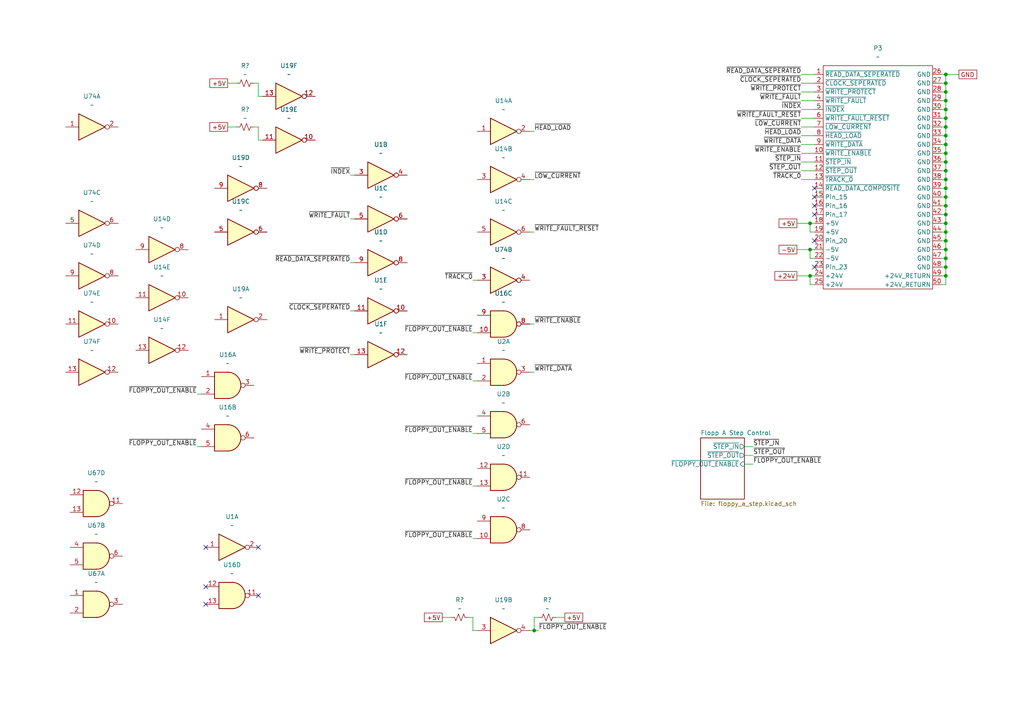
<source format=kicad_sch>
(kicad_sch (version 20211123) (generator eeschema)
  (paper "A4")
  (lib_symbols
    (symbol "74xx:74LS00" (pin_names (offset 1.016))
      (property "Reference" "U" (at 0 1.27 0))
      (property "Value" "74LS00" (at 0 -1.27 0))
      (symbol "74LS00_1_1"
        (arc (start 0 -3.81) (mid 3.81 0) (end 0 3.81) (stroke (width 0.254)) (fill (type background)))
        (polyline (pts (xy 0 3.81) (xy -3.81 3.81) (xy -3.81 -3.81) (xy 0 -3.81)) (stroke (width 0.254)) (fill (type background)))
        (pin input line (at -7.62 2.54 0) (length 3.81) (name "~") (number "1"))
        (pin input line (at -7.62 -2.54 0) (length 3.81) (name "~") (number "2"))
        (pin output inverted (at 7.62 0 180) (length 3.81) (name "~") (number "3"))
      )
      (symbol "74LS00_1_2"
        (arc (start -3.81 -3.81) (mid -2.589 0) (end -3.81 3.81) (stroke (width 0.254)))
        (arc (start -0.6096 -3.81) (mid 2.1842 -2.5851) (end 3.81 0) (stroke (width 0.254)) (fill (type background)))
        (polyline (pts (xy -3.81 -3.81) (xy -0.635 -3.81)) (stroke (width 0.254)) (fill (type background)))
        (polyline (pts (xy -3.81 3.81) (xy -0.635 3.81)) (stroke (width 0.254)) (fill (type background)))
        (polyline (pts (xy -0.635 3.81) (xy -3.81 3.81) (xy -3.81 3.81) (xy -3.556 3.4036) (xy -3.0226 2.2606) (xy -2.6924 1.0414) (xy -2.6162 -0.254) (xy -2.7686 -1.4986) (xy -3.175 -2.7178) (xy -3.81 -3.81) (xy -3.81 -3.81) (xy -0.635 -3.81)) (stroke (width -25.4)) (fill (type background)))
        (arc (start 3.81 0) (mid 2.1915 2.5936) (end -0.6096 3.81) (stroke (width 0.254)) (fill (type background)))
        (pin input inverted (at -7.62 2.54 0) (length 4.318) (name "~") (number "1"))
        (pin input inverted (at -7.62 -2.54 0) (length 4.318) (name "~") (number "2"))
        (pin output line (at 7.62 0 180) (length 3.81) (name "~") (number "3"))
      )
      (symbol "74LS00_2_1"
        (arc (start 0 -3.81) (mid 3.81 0) (end 0 3.81) (stroke (width 0.254)) (fill (type background)))
        (polyline (pts (xy 0 3.81) (xy -3.81 3.81) (xy -3.81 -3.81) (xy 0 -3.81)) (stroke (width 0.254)) (fill (type background)))
        (pin input line (at -7.62 2.54 0) (length 3.81) (name "~") (number "4"))
        (pin input line (at -7.62 -2.54 0) (length 3.81) (name "~") (number "5"))
        (pin output inverted (at 7.62 0 180) (length 3.81) (name "~") (number "6"))
      )
      (symbol "74LS00_2_2"
        (arc (start -3.81 -3.81) (mid -2.589 0) (end -3.81 3.81) (stroke (width 0.254)))
        (arc (start -0.6096 -3.81) (mid 2.1842 -2.5851) (end 3.81 0) (stroke (width 0.254)) (fill (type background)))
        (polyline (pts (xy -3.81 -3.81) (xy -0.635 -3.81)) (stroke (width 0.254)) (fill (type background)))
        (polyline (pts (xy -3.81 3.81) (xy -0.635 3.81)) (stroke (width 0.254)) (fill (type background)))
        (polyline (pts (xy -0.635 3.81) (xy -3.81 3.81) (xy -3.81 3.81) (xy -3.556 3.4036) (xy -3.0226 2.2606) (xy -2.6924 1.0414) (xy -2.6162 -0.254) (xy -2.7686 -1.4986) (xy -3.175 -2.7178) (xy -3.81 -3.81) (xy -3.81 -3.81) (xy -0.635 -3.81)) (stroke (width -25.4)) (fill (type background)))
        (arc (start 3.81 0) (mid 2.1915 2.5936) (end -0.6096 3.81) (stroke (width 0.254)) (fill (type background)))
        (pin input inverted (at -7.62 2.54 0) (length 4.318) (name "~") (number "4"))
        (pin input inverted (at -7.62 -2.54 0) (length 4.318) (name "~") (number "5"))
        (pin output line (at 7.62 0 180) (length 3.81) (name "~") (number "6"))
      )
      (symbol "74LS00_3_1"
        (arc (start 0 -3.81) (mid 3.81 0) (end 0 3.81) (stroke (width 0.254)) (fill (type background)))
        (polyline (pts (xy 0 3.81) (xy -3.81 3.81) (xy -3.81 -3.81) (xy 0 -3.81)) (stroke (width 0.254)) (fill (type background)))
        (pin input line (at -7.62 -2.54 0) (length 3.81) (name "~") (number "10"))
        (pin output inverted (at 7.62 0 180) (length 3.81) (name "~") (number "8"))
        (pin input line (at -7.62 2.54 0) (length 3.81) (name "~") (number "9"))
      )
      (symbol "74LS00_3_2"
        (arc (start -3.81 -3.81) (mid -2.589 0) (end -3.81 3.81) (stroke (width 0.254)))
        (arc (start -0.6096 -3.81) (mid 2.1842 -2.5851) (end 3.81 0) (stroke (width 0.254)) (fill (type background)))
        (polyline (pts (xy -3.81 -3.81) (xy -0.635 -3.81)) (stroke (width 0.254)) (fill (type background)))
        (polyline (pts (xy -3.81 3.81) (xy -0.635 3.81)) (stroke (width 0.254)) (fill (type background)))
        (polyline (pts (xy -0.635 3.81) (xy -3.81 3.81) (xy -3.81 3.81) (xy -3.556 3.4036) (xy -3.0226 2.2606) (xy -2.6924 1.0414) (xy -2.6162 -0.254) (xy -2.7686 -1.4986) (xy -3.175 -2.7178) (xy -3.81 -3.81) (xy -3.81 -3.81) (xy -0.635 -3.81)) (stroke (width -25.4)) (fill (type background)))
        (arc (start 3.81 0) (mid 2.1915 2.5936) (end -0.6096 3.81) (stroke (width 0.254)) (fill (type background)))
        (pin input inverted (at -7.62 -2.54 0) (length 4.318) (name "~") (number "10"))
        (pin output line (at 7.62 0 180) (length 3.81) (name "~") (number "8"))
        (pin input inverted (at -7.62 2.54 0) (length 4.318) (name "~") (number "9"))
      )
      (symbol "74LS00_4_1"
        (arc (start 0 -3.81) (mid 3.81 0) (end 0 3.81) (stroke (width 0.254)) (fill (type background)))
        (polyline (pts (xy 0 3.81) (xy -3.81 3.81) (xy -3.81 -3.81) (xy 0 -3.81)) (stroke (width 0.254)) (fill (type background)))
        (pin output inverted (at 7.62 0 180) (length 3.81) (name "~") (number "11"))
        (pin input line (at -7.62 2.54 0) (length 3.81) (name "~") (number "12"))
        (pin input line (at -7.62 -2.54 0) (length 3.81) (name "~") (number "13"))
      )
      (symbol "74LS00_4_2"
        (arc (start -3.81 -3.81) (mid -2.589 0) (end -3.81 3.81) (stroke (width 0.254)))
        (arc (start -0.6096 -3.81) (mid 2.1842 -2.5851) (end 3.81 0) (stroke (width 0.254)) (fill (type background)))
        (polyline (pts (xy -3.81 -3.81) (xy -0.635 -3.81)) (stroke (width 0.254)) (fill (type background)))
        (polyline (pts (xy -3.81 3.81) (xy -0.635 3.81)) (stroke (width 0.254)) (fill (type background)))
        (polyline (pts (xy -0.635 3.81) (xy -3.81 3.81) (xy -3.81 3.81) (xy -3.556 3.4036) (xy -3.0226 2.2606) (xy -2.6924 1.0414) (xy -2.6162 -0.254) (xy -2.7686 -1.4986) (xy -3.175 -2.7178) (xy -3.81 -3.81) (xy -3.81 -3.81) (xy -0.635 -3.81)) (stroke (width -25.4)) (fill (type background)))
        (arc (start 3.81 0) (mid 2.1915 2.5936) (end -0.6096 3.81) (stroke (width 0.254)) (fill (type background)))
        (pin output line (at 7.62 0 180) (length 3.81) (name "~") (number "11"))
        (pin input inverted (at -7.62 2.54 0) (length 4.318) (name "~") (number "12"))
        (pin input inverted (at -7.62 -2.54 0) (length 4.318) (name "~") (number "13"))
      )
      (symbol "74LS00_5_0"
        (pin power_in line (at 0 12.7 270) (length 5.08) (name "VCC") (number "14"))
        (pin power_in line (at 0 -12.7 90) (length 5.08) (name "GND") (number "7"))
      )
      (symbol "74LS00_5_1"
        (rectangle (start -5.08 7.62) (end 5.08 -7.62) (stroke (width 0.254)) (fill (type background)))
      )
    )
    (symbol "74xx:74LS03" (pin_names (offset 1.016))
      (property "Reference" "U" (at 0 1.27 0))
      (property "Value" "74LS03" (at 0 -1.27 0))
      (symbol "74LS03_1_1"
        (arc (start 0 -3.81) (mid 3.81 0) (end 0 3.81) (stroke (width 0.254)) (fill (type background)))
        (polyline (pts (xy 0 3.81) (xy -3.81 3.81) (xy -3.81 -3.81) (xy 0 -3.81)) (stroke (width 0.254)) (fill (type background)))
        (pin input line (at -7.62 2.54 0) (length 3.81) (name "~") (number "1"))
        (pin input line (at -7.62 -2.54 0) (length 3.81) (name "~") (number "2"))
        (pin open_collector inverted (at 7.62 0 180) (length 3.81) (name "~") (number "3"))
      )
      (symbol "74LS03_1_2"
        (arc (start -3.81 -3.81) (mid -2.589 0) (end -3.81 3.81) (stroke (width 0.254)))
        (arc (start -0.6096 -3.81) (mid 2.1842 -2.5851) (end 3.81 0) (stroke (width 0.254)) (fill (type background)))
        (polyline (pts (xy -3.81 -3.81) (xy -0.635 -3.81)) (stroke (width 0.254)) (fill (type background)))
        (polyline (pts (xy -3.81 3.81) (xy -0.635 3.81)) (stroke (width 0.254)) (fill (type background)))
        (polyline (pts (xy -0.635 3.81) (xy -3.81 3.81) (xy -3.81 3.81) (xy -3.556 3.4036) (xy -3.0226 2.2606) (xy -2.6924 1.0414) (xy -2.6162 -0.254) (xy -2.7686 -1.4986) (xy -3.175 -2.7178) (xy -3.81 -3.81) (xy -3.81 -3.81) (xy -0.635 -3.81)) (stroke (width -25.4)) (fill (type background)))
        (arc (start 3.81 0) (mid 2.1915 2.5936) (end -0.6096 3.81) (stroke (width 0.254)) (fill (type background)))
        (pin input inverted (at -7.62 2.54 0) (length 4.318) (name "~") (number "1"))
        (pin input inverted (at -7.62 -2.54 0) (length 4.318) (name "~") (number "2"))
        (pin open_collector line (at 7.62 0 180) (length 3.81) (name "~") (number "3"))
      )
      (symbol "74LS03_2_1"
        (arc (start 0 -3.81) (mid 3.81 0) (end 0 3.81) (stroke (width 0.254)) (fill (type background)))
        (polyline (pts (xy 0 3.81) (xy -3.81 3.81) (xy -3.81 -3.81) (xy 0 -3.81)) (stroke (width 0.254)) (fill (type background)))
        (pin input line (at -7.62 2.54 0) (length 3.81) (name "~") (number "4"))
        (pin input line (at -7.62 -2.54 0) (length 3.81) (name "~") (number "5"))
        (pin open_collector inverted (at 7.62 0 180) (length 3.81) (name "~") (number "6"))
      )
      (symbol "74LS03_2_2"
        (arc (start -3.81 -3.81) (mid -2.589 0) (end -3.81 3.81) (stroke (width 0.254)))
        (arc (start -0.6096 -3.81) (mid 2.1842 -2.5851) (end 3.81 0) (stroke (width 0.254)) (fill (type background)))
        (polyline (pts (xy -3.81 -3.81) (xy -0.635 -3.81)) (stroke (width 0.254)) (fill (type background)))
        (polyline (pts (xy -3.81 3.81) (xy -0.635 3.81)) (stroke (width 0.254)) (fill (type background)))
        (polyline (pts (xy -0.635 3.81) (xy -3.81 3.81) (xy -3.81 3.81) (xy -3.556 3.4036) (xy -3.0226 2.2606) (xy -2.6924 1.0414) (xy -2.6162 -0.254) (xy -2.7686 -1.4986) (xy -3.175 -2.7178) (xy -3.81 -3.81) (xy -3.81 -3.81) (xy -0.635 -3.81)) (stroke (width -25.4)) (fill (type background)))
        (arc (start 3.81 0) (mid 2.1915 2.5936) (end -0.6096 3.81) (stroke (width 0.254)) (fill (type background)))
        (pin input inverted (at -7.62 2.54 0) (length 4.318) (name "~") (number "4"))
        (pin input inverted (at -7.62 -2.54 0) (length 4.318) (name "~") (number "5"))
        (pin open_collector line (at 7.62 0 180) (length 3.81) (name "~") (number "6"))
      )
      (symbol "74LS03_3_1"
        (arc (start 0 -3.81) (mid 3.81 0) (end 0 3.81) (stroke (width 0.254)) (fill (type background)))
        (polyline (pts (xy 0 3.81) (xy -3.81 3.81) (xy -3.81 -3.81) (xy 0 -3.81)) (stroke (width 0.254)) (fill (type background)))
        (pin input line (at -7.62 -2.54 0) (length 3.81) (name "~") (number "10"))
        (pin open_collector inverted (at 7.62 0 180) (length 3.81) (name "~") (number "8"))
        (pin input line (at -7.62 2.54 0) (length 3.81) (name "~") (number "9"))
      )
      (symbol "74LS03_3_2"
        (arc (start -3.81 -3.81) (mid -2.589 0) (end -3.81 3.81) (stroke (width 0.254)))
        (arc (start -0.6096 -3.81) (mid 2.1842 -2.5851) (end 3.81 0) (stroke (width 0.254)) (fill (type background)))
        (polyline (pts (xy -3.81 -3.81) (xy -0.635 -3.81)) (stroke (width 0.254)) (fill (type background)))
        (polyline (pts (xy -3.81 3.81) (xy -0.635 3.81)) (stroke (width 0.254)) (fill (type background)))
        (polyline (pts (xy -0.635 3.81) (xy -3.81 3.81) (xy -3.81 3.81) (xy -3.556 3.4036) (xy -3.0226 2.2606) (xy -2.6924 1.0414) (xy -2.6162 -0.254) (xy -2.7686 -1.4986) (xy -3.175 -2.7178) (xy -3.81 -3.81) (xy -3.81 -3.81) (xy -0.635 -3.81)) (stroke (width -25.4)) (fill (type background)))
        (arc (start 3.81 0) (mid 2.1915 2.5936) (end -0.6096 3.81) (stroke (width 0.254)) (fill (type background)))
        (pin input inverted (at -7.62 -2.54 0) (length 4.318) (name "~") (number "10"))
        (pin open_collector line (at 7.62 0 180) (length 3.81) (name "~") (number "8"))
        (pin input inverted (at -7.62 2.54 0) (length 4.318) (name "~") (number "9"))
      )
      (symbol "74LS03_4_1"
        (arc (start 0 -3.81) (mid 3.81 0) (end 0 3.81) (stroke (width 0.254)) (fill (type background)))
        (polyline (pts (xy 0 3.81) (xy -3.81 3.81) (xy -3.81 -3.81) (xy 0 -3.81)) (stroke (width 0.254)) (fill (type background)))
        (pin open_collector inverted (at 7.62 0 180) (length 3.81) (name "~") (number "11"))
        (pin input line (at -7.62 2.54 0) (length 3.81) (name "~") (number "12"))
        (pin input line (at -7.62 -2.54 0) (length 3.81) (name "~") (number "13"))
      )
      (symbol "74LS03_4_2"
        (arc (start -3.81 -3.81) (mid -2.589 0) (end -3.81 3.81) (stroke (width 0.254)))
        (arc (start -0.6096 -3.81) (mid 2.1842 -2.5851) (end 3.81 0) (stroke (width 0.254)) (fill (type background)))
        (polyline (pts (xy -3.81 -3.81) (xy -0.635 -3.81)) (stroke (width 0.254)) (fill (type background)))
        (polyline (pts (xy -3.81 3.81) (xy -0.635 3.81)) (stroke (width 0.254)) (fill (type background)))
        (polyline (pts (xy -0.635 3.81) (xy -3.81 3.81) (xy -3.81 3.81) (xy -3.556 3.4036) (xy -3.0226 2.2606) (xy -2.6924 1.0414) (xy -2.6162 -0.254) (xy -2.7686 -1.4986) (xy -3.175 -2.7178) (xy -3.81 -3.81) (xy -3.81 -3.81) (xy -0.635 -3.81)) (stroke (width -25.4)) (fill (type background)))
        (arc (start 3.81 0) (mid 2.1915 2.5936) (end -0.6096 3.81) (stroke (width 0.254)) (fill (type background)))
        (pin open_collector line (at 7.62 0 180) (length 3.81) (name "~") (number "11"))
        (pin input inverted (at -7.62 2.54 0) (length 4.318) (name "~") (number "12"))
        (pin input inverted (at -7.62 -2.54 0) (length 4.318) (name "~") (number "13"))
      )
      (symbol "74LS03_5_0"
        (pin power_in line (at 0 12.7 270) (length 5.08) (name "VCC") (number "14"))
        (pin power_in line (at 0 -12.7 90) (length 5.08) (name "GND") (number "7"))
      )
      (symbol "74LS03_5_1"
        (rectangle (start -5.08 7.62) (end 5.08 -7.62) (stroke (width 0.254)) (fill (type background)))
      )
    )
    (symbol "74xx:74LS04"
      (property "Reference" "U" (at 0 1.27 0))
      (property "Value" "74LS04" (at 0 -1.27 0))
      (symbol "74LS04_1_0"
        (polyline (pts (xy -3.81 3.81) (xy -3.81 -3.81) (xy 3.81 0) (xy -3.81 3.81)) (stroke (width 0.254)) (fill (type background)))
        (pin input line (at -7.62 0 0) (length 3.81) (name "~") (number "1"))
        (pin output inverted (at 7.62 0 180) (length 3.81) (name "~") (number "2"))
      )
      (symbol "74LS04_2_0"
        (polyline (pts (xy -3.81 3.81) (xy -3.81 -3.81) (xy 3.81 0) (xy -3.81 3.81)) (stroke (width 0.254)) (fill (type background)))
        (pin input line (at -7.62 0 0) (length 3.81) (name "~") (number "3"))
        (pin output inverted (at 7.62 0 180) (length 3.81) (name "~") (number "4"))
      )
      (symbol "74LS04_3_0"
        (polyline (pts (xy -3.81 3.81) (xy -3.81 -3.81) (xy 3.81 0) (xy -3.81 3.81)) (stroke (width 0.254)) (fill (type background)))
        (pin input line (at -7.62 0 0) (length 3.81) (name "~") (number "5"))
        (pin output inverted (at 7.62 0 180) (length 3.81) (name "~") (number "6"))
      )
      (symbol "74LS04_4_0"
        (polyline (pts (xy -3.81 3.81) (xy -3.81 -3.81) (xy 3.81 0) (xy -3.81 3.81)) (stroke (width 0.254)) (fill (type background)))
        (pin output inverted (at 7.62 0 180) (length 3.81) (name "~") (number "8"))
        (pin input line (at -7.62 0 0) (length 3.81) (name "~") (number "9"))
      )
      (symbol "74LS04_5_0"
        (polyline (pts (xy -3.81 3.81) (xy -3.81 -3.81) (xy 3.81 0) (xy -3.81 3.81)) (stroke (width 0.254)) (fill (type background)))
        (pin output inverted (at 7.62 0 180) (length 3.81) (name "~") (number "10"))
        (pin input line (at -7.62 0 0) (length 3.81) (name "~") (number "11"))
      )
      (symbol "74LS04_6_0"
        (polyline (pts (xy -3.81 3.81) (xy -3.81 -3.81) (xy 3.81 0) (xy -3.81 3.81)) (stroke (width 0.254)) (fill (type background)))
        (pin output inverted (at 7.62 0 180) (length 3.81) (name "~") (number "12"))
        (pin input line (at -7.62 0 0) (length 3.81) (name "~") (number "13"))
      )
      (symbol "74LS04_7_0"
        (pin power_in line (at 0 12.7 270) (length 5.08) (name "VCC") (number "14"))
        (pin power_in line (at 0 -12.7 90) (length 5.08) (name "GND") (number "7"))
      )
      (symbol "74LS04_7_1"
        (rectangle (start -5.08 7.62) (end 5.08 -7.62) (stroke (width 0.254)) (fill (type background)))
      )
    )
    (symbol "74xx:74LS05" (pin_names (offset 1.016))
      (property "Reference" "U" (at 0 1.27 0))
      (property "Value" "74LS05" (at 0 -1.27 0))
      (symbol "74LS05_1_0"
        (polyline (pts (xy -3.81 3.81) (xy -3.81 -3.81) (xy 3.81 0) (xy -3.81 3.81)) (stroke (width 0.254)) (fill (type background)))
        (pin input line (at -7.62 0 0) (length 3.81) (name "~") (number "1"))
        (pin open_collector inverted (at 7.62 0 180) (length 3.81) (name "~") (number "2"))
      )
      (symbol "74LS05_2_0"
        (polyline (pts (xy -3.81 3.81) (xy -3.81 -3.81) (xy 3.81 0) (xy -3.81 3.81)) (stroke (width 0.254)) (fill (type background)))
        (pin input line (at -7.62 0 0) (length 3.81) (name "~") (number "3"))
        (pin open_collector inverted (at 7.62 0 180) (length 3.81) (name "~") (number "4"))
      )
      (symbol "74LS05_3_0"
        (polyline (pts (xy -3.81 3.81) (xy -3.81 -3.81) (xy 3.81 0) (xy -3.81 3.81)) (stroke (width 0.254)) (fill (type background)))
        (pin input line (at -7.62 0 0) (length 3.81) (name "~") (number "5"))
        (pin open_collector inverted (at 7.62 0 180) (length 3.81) (name "~") (number "6"))
      )
      (symbol "74LS05_4_0"
        (polyline (pts (xy -3.81 3.81) (xy -3.81 -3.81) (xy 3.81 0) (xy -3.81 3.81)) (stroke (width 0.254)) (fill (type background)))
        (pin open_collector inverted (at 7.62 0 180) (length 3.81) (name "~") (number "8"))
        (pin input line (at -7.62 0 0) (length 3.81) (name "~") (number "9"))
      )
      (symbol "74LS05_5_0"
        (polyline (pts (xy -3.81 3.81) (xy -3.81 -3.81) (xy 3.81 0) (xy -3.81 3.81)) (stroke (width 0.254)) (fill (type background)))
        (pin open_collector inverted (at 7.62 0 180) (length 3.81) (name "~") (number "10"))
        (pin input line (at -7.62 0 0) (length 3.81) (name "~") (number "11"))
      )
      (symbol "74LS05_6_0"
        (polyline (pts (xy -3.81 3.81) (xy -3.81 -3.81) (xy 3.81 0) (xy -3.81 3.81)) (stroke (width 0.254)) (fill (type background)))
        (pin open_collector inverted (at 7.62 0 180) (length 3.81) (name "~") (number "12"))
        (pin input line (at -7.62 0 0) (length 3.81) (name "~") (number "13"))
      )
      (symbol "74LS05_7_0"
        (pin power_in line (at 0 12.7 270) (length 5.08) (name "VCC") (number "14"))
        (pin power_in line (at 0 -12.7 90) (length 5.08) (name "GND") (number "7"))
      )
      (symbol "74LS05_7_1"
        (rectangle (start -5.08 7.62) (end 5.08 -7.62) (stroke (width 0.254)) (fill (type background)))
      )
    )
    (symbol "Data General:Disc_Adapter_Floppy"
      (property "Reference" "P" (at -16.51 -1.27 0))
      (property "Value" "Disc_Adapter_Floppy" (at 0 -1.27 0))
      (symbol "Disc_Adapter_Floppy_0_1"
        (rectangle (start -16.51 64.77) (end 15.24 0))
      )
      (symbol "Disc_Adapter_Floppy_1_1"
        (pin passive line (at -19.05 62.23 0) (length 2.54) (name "~{READ_DATA_SEPERATED}") (number "1"))
        (pin passive line (at -19.05 39.37 0) (length 2.54) (name "~{WRITE_ENABLE}") (number "10"))
        (pin passive line (at -19.05 36.83 0) (length 2.54) (name "~{STEP_IN}") (number "11"))
        (pin passive line (at -19.05 34.29 0) (length 2.54) (name "~{STEP_OUT}") (number "12"))
        (pin passive line (at -19.05 31.75 0) (length 2.54) (name "~{TRACK_0}") (number "13"))
        (pin passive line (at -19.05 29.21 0) (length 2.54) (name "~{READ_DATA_COMPOSITE}") (number "14"))
        (pin unspecified line (at -19.05 26.67 0) (length 2.54) (name "Pin_15") (number "15"))
        (pin unspecified line (at -19.05 24.13 0) (length 2.54) (name "Pin_16") (number "16"))
        (pin unspecified line (at -19.05 21.59 0) (length 2.54) (name "Pin_17") (number "17"))
        (pin passive line (at -19.05 19.05 0) (length 2.54) (name "+5V") (number "18"))
        (pin passive line (at -19.05 16.51 0) (length 2.54) (name "+5V") (number "19"))
        (pin passive line (at -19.05 59.69 0) (length 2.54) (name "~{CLOCK_SEPERATED}") (number "2"))
        (pin unspecified line (at -19.05 13.97 0) (length 2.54) (name "Pin_20") (number "20"))
        (pin passive line (at -19.05 11.43 0) (length 2.54) (name "-5V") (number "21"))
        (pin passive line (at -19.05 8.89 0) (length 2.54) (name "-5V") (number "22"))
        (pin unspecified line (at -19.05 6.35 0) (length 2.54) (name "Pin_23") (number "23"))
        (pin passive line (at -19.05 3.81 0) (length 2.54) (name "+24V") (number "24"))
        (pin passive line (at -19.05 1.27 0) (length 2.54) (name "+24V") (number "25"))
        (pin passive line (at 17.78 62.23 180) (length 2.54) (name "GND") (number "26"))
        (pin passive line (at 17.78 59.69 180) (length 2.54) (name "GND") (number "27"))
        (pin passive line (at 17.78 57.15 180) (length 2.54) (name "GND") (number "28"))
        (pin passive line (at 17.78 54.61 180) (length 2.54) (name "GND") (number "29"))
        (pin passive line (at -19.05 57.15 0) (length 2.54) (name "~{WRITE_PROTECT}") (number "3"))
        (pin passive line (at 17.78 52.07 180) (length 2.54) (name "GND") (number "30"))
        (pin passive line (at 17.78 49.53 180) (length 2.54) (name "GND") (number "31"))
        (pin passive line (at 17.78 46.99 180) (length 2.54) (name "GND") (number "32"))
        (pin passive line (at 17.78 44.45 180) (length 2.54) (name "GND") (number "33"))
        (pin passive line (at 17.78 41.91 180) (length 2.54) (name "GND") (number "34"))
        (pin passive line (at 17.78 39.37 180) (length 2.54) (name "GND") (number "35"))
        (pin passive line (at 17.78 36.83 180) (length 2.54) (name "GND") (number "36"))
        (pin passive line (at 17.78 34.29 180) (length 2.54) (name "GND") (number "37"))
        (pin passive line (at 17.78 31.75 180) (length 2.54) (name "GND") (number "38"))
        (pin passive line (at 17.78 29.21 180) (length 2.54) (name "GND") (number "39"))
        (pin passive line (at -19.05 54.61 0) (length 2.54) (name "~{WRITE_FAULT}") (number "4"))
        (pin passive line (at 17.78 26.67 180) (length 2.54) (name "GND") (number "40"))
        (pin passive line (at 17.78 24.13 180) (length 2.54) (name "GND") (number "41"))
        (pin passive line (at 17.78 21.59 180) (length 2.54) (name "GND") (number "42"))
        (pin passive line (at 17.78 19.05 180) (length 2.54) (name "GND") (number "43"))
        (pin passive line (at 17.78 16.51 180) (length 2.54) (name "GND") (number "44"))
        (pin passive line (at 17.78 13.97 180) (length 2.54) (name "GND") (number "45"))
        (pin passive line (at 17.78 11.43 180) (length 2.54) (name "GND") (number "46"))
        (pin passive line (at 17.78 8.89 180) (length 2.54) (name "GND") (number "47"))
        (pin passive line (at 17.78 6.35 180) (length 2.54) (name "GND") (number "48"))
        (pin passive line (at 17.78 3.81 180) (length 2.54) (name "+24V_RETURN") (number "49"))
        (pin passive line (at -19.05 52.07 0) (length 2.54) (name "~{INDEX}") (number "5"))
        (pin passive line (at 17.78 1.27 180) (length 2.54) (name "+24V_RETURN") (number "50"))
        (pin passive line (at -19.05 49.53 0) (length 2.54) (name "~{WRITE_FAULT_RESET}") (number "6"))
        (pin passive line (at -19.05 46.99 0) (length 2.54) (name "~{LOW_CURRENT}") (number "7"))
        (pin passive line (at -19.05 44.45 0) (length 2.54) (name "~{HEAD_LOAD}") (number "8"))
        (pin passive line (at -19.05 41.91 0) (length 2.54) (name "~{WRITE_DATA}") (number "9"))
      )
    )
    (symbol "Device:R_Small_US" (pin_numbers hide) (pin_names (offset 0.254) hide)
      (property "Reference" "R" (at 0.762 0.508 0))
      (property "Value" "R_Small_US" (at 0.762 -1.016 0))
      (symbol "R_Small_US_1_1"
        (polyline (pts (xy 0 0) (xy 1.016 -0.381) (xy 0 -0.762) (xy -1.016 -1.143) (xy 0 -1.524)))
        (polyline (pts (xy 0 1.524) (xy 1.016 1.143) (xy 0 0.762) (xy -1.016 0.381) (xy 0 0)))
        (pin passive line (at 0 2.54 270) (length 1.016) (name "~") (number "1"))
        (pin passive line (at 0 -2.54 90) (length 1.016) (name "~") (number "2"))
      )
    )
  )
  (junction (at 274.32 77.47))
  (junction (at 234.95 64.77))
  (junction (at 274.32 72.39))
  (junction (at 274.32 52.07))
  (junction (at 274.32 74.93))
  (junction (at 234.95 72.39))
  (junction (at 274.32 29.21))
  (junction (at 274.32 41.91))
  (junction (at 274.32 26.67))
  (junction (at 274.32 69.85))
  (junction (at 274.32 62.23))
  (junction (at 274.32 64.77))
  (junction (at 274.32 57.15))
  (junction (at 274.32 39.37))
  (junction (at 274.32 44.45))
  (junction (at 274.32 67.31))
  (junction (at 274.32 59.69))
  (junction (at 274.32 49.53))
  (junction (at 274.32 36.83))
  (junction (at 274.32 31.75))
  (junction (at 234.95 80.01))
  (junction (at 154.94 182.88))
  (junction (at 274.32 54.61))
  (junction (at 274.32 34.29))
  (junction (at 274.32 21.59))
  (junction (at 274.32 46.99))
  (junction (at 274.32 24.13))
  (junction (at 274.32 80.01))
  (no_connect (at 59.69 158.75))
  (no_connect (at 74.93 158.75))
  (no_connect (at 236.22 62.23))
  (no_connect (at 236.22 57.15))
  (no_connect (at 59.69 170.18))
  (no_connect (at 59.69 175.26))
  (no_connect (at 74.93 172.72))
  (no_connect (at 236.22 59.69))
  (no_connect (at 236.22 77.47))
  (no_connect (at 236.22 69.85))
  (no_connect (at 236.22 54.61))
  (wire (pts (xy 215.9 129.54) (xy 218.44 129.54)))
  (wire (pts (xy 137.16 110.49) (xy 138.43 110.49)))
  (wire (pts (xy 274.32 62.23) (xy 274.32 64.77)))
  (wire (pts (xy 274.32 57.15) (xy 274.32 59.69)))
  (wire (pts (xy 138.43 182.88) (xy 137.16 182.88)))
  (wire (pts (xy 232.41 52.07) (xy 236.22 52.07)))
  (wire (pts (xy 232.41 41.91) (xy 236.22 41.91)))
  (wire (pts (xy 274.32 80.01) (xy 274.32 82.55)))
  (wire (pts (xy 57.15 114.3) (xy 58.42 114.3)))
  (wire (pts (xy 234.95 72.39) (xy 234.95 74.93)))
  (wire (pts (xy 137.16 156.21) (xy 138.43 156.21)))
  (wire (pts (xy 76.2 27.94) (xy 74.93 27.94)))
  (wire (pts (xy 232.41 49.53) (xy 236.22 49.53)))
  (wire (pts (xy 274.32 62.23) (xy 273.05 62.23)))
  (wire (pts (xy 231.14 72.39) (xy 234.95 72.39)))
  (wire (pts (xy 231.14 64.77) (xy 234.95 64.77)))
  (wire (pts (xy 231.14 80.01) (xy 234.95 80.01)))
  (wire (pts (xy 153.67 67.31) (xy 154.94 67.31)))
  (wire (pts (xy 274.32 49.53) (xy 274.32 52.07)))
  (wire (pts (xy 274.32 67.31) (xy 273.05 67.31)))
  (wire (pts (xy 274.32 44.45) (xy 273.05 44.45)))
  (wire (pts (xy 137.16 96.52) (xy 138.43 96.52)))
  (wire (pts (xy 153.67 38.1) (xy 154.94 38.1)))
  (wire (pts (xy 274.32 64.77) (xy 273.05 64.77)))
  (wire (pts (xy 215.9 132.08) (xy 218.44 132.08)))
  (wire (pts (xy 274.32 26.67) (xy 273.05 26.67)))
  (wire (pts (xy 273.05 21.59) (xy 274.32 21.59)))
  (wire (pts (xy 274.32 59.69) (xy 274.32 62.23)))
  (wire (pts (xy 232.41 36.83) (xy 236.22 36.83)))
  (wire (pts (xy 153.67 52.07) (xy 154.94 52.07)))
  (wire (pts (xy 232.41 26.67) (xy 236.22 26.67)))
  (wire (pts (xy 274.32 64.77) (xy 274.32 67.31)))
  (wire (pts (xy 74.93 36.83) (xy 73.66 36.83)))
  (wire (pts (xy 274.32 26.67) (xy 274.32 29.21)))
  (wire (pts (xy 274.32 21.59) (xy 278.13 21.59)))
  (wire (pts (xy 274.32 39.37) (xy 274.32 41.91)))
  (wire (pts (xy 130.81 179.07) (xy 128.27 179.07)))
  (wire (pts (xy 234.95 82.55) (xy 236.22 82.55)))
  (wire (pts (xy 153.67 93.98) (xy 154.94 93.98)))
  (wire (pts (xy 274.32 31.75) (xy 273.05 31.75)))
  (wire (pts (xy 101.6 76.2) (xy 102.87 76.2)))
  (wire (pts (xy 274.32 29.21) (xy 274.32 31.75)))
  (wire (pts (xy 274.32 72.39) (xy 273.05 72.39)))
  (wire (pts (xy 274.32 39.37) (xy 273.05 39.37)))
  (wire (pts (xy 234.95 67.31) (xy 236.22 67.31)))
  (wire (pts (xy 274.32 74.93) (xy 274.32 77.47)))
  (wire (pts (xy 153.67 107.95) (xy 154.94 107.95)))
  (wire (pts (xy 234.95 74.93) (xy 236.22 74.93)))
  (wire (pts (xy 137.16 125.73) (xy 138.43 125.73)))
  (wire (pts (xy 101.6 63.5) (xy 102.87 63.5)))
  (wire (pts (xy 274.32 52.07) (xy 273.05 52.07)))
  (wire (pts (xy 101.6 102.87) (xy 102.87 102.87)))
  (wire (pts (xy 74.93 40.64) (xy 74.93 36.83)))
  (wire (pts (xy 274.32 24.13) (xy 274.32 26.67)))
  (wire (pts (xy 274.32 46.99) (xy 274.32 49.53)))
  (wire (pts (xy 274.32 21.59) (xy 274.32 24.13)))
  (wire (pts (xy 273.05 49.53) (xy 274.32 49.53)))
  (wire (pts (xy 274.32 31.75) (xy 274.32 34.29)))
  (wire (pts (xy 154.94 182.88) (xy 156.21 182.88)))
  (wire (pts (xy 232.41 29.21) (xy 236.22 29.21)))
  (wire (pts (xy 274.32 34.29) (xy 274.32 36.83)))
  (wire (pts (xy 232.41 44.45) (xy 236.22 44.45)))
  (wire (pts (xy 274.32 36.83) (xy 273.05 36.83)))
  (wire (pts (xy 232.41 34.29) (xy 236.22 34.29)))
  (wire (pts (xy 154.94 179.07) (xy 156.21 179.07)))
  (wire (pts (xy 76.2 40.64) (xy 74.93 40.64)))
  (wire (pts (xy 274.32 41.91) (xy 273.05 41.91)))
  (wire (pts (xy 274.32 57.15) (xy 273.05 57.15)))
  (wire (pts (xy 153.67 182.88) (xy 154.94 182.88)))
  (wire (pts (xy 236.22 64.77) (xy 234.95 64.77)))
  (wire (pts (xy 232.41 21.59) (xy 236.22 21.59)))
  (wire (pts (xy 232.41 31.75) (xy 236.22 31.75)))
  (wire (pts (xy 137.16 182.88) (xy 137.16 179.07)))
  (wire (pts (xy 274.32 77.47) (xy 273.05 77.47)))
  (wire (pts (xy 234.95 80.01) (xy 234.95 82.55)))
  (wire (pts (xy 274.32 80.01) (xy 273.05 80.01)))
  (wire (pts (xy 274.32 24.13) (xy 273.05 24.13)))
  (wire (pts (xy 101.6 90.17) (xy 102.87 90.17)))
  (wire (pts (xy 68.58 24.13) (xy 66.04 24.13)))
  (wire (pts (xy 137.16 140.97) (xy 138.43 140.97)))
  (wire (pts (xy 274.32 46.99) (xy 273.05 46.99)))
  (wire (pts (xy 236.22 80.01) (xy 234.95 80.01)))
  (wire (pts (xy 74.93 27.94) (xy 74.93 24.13)))
  (wire (pts (xy 234.95 64.77) (xy 234.95 67.31)))
  (wire (pts (xy 274.32 69.85) (xy 274.32 72.39)))
  (wire (pts (xy 73.66 24.13) (xy 74.93 24.13)))
  (wire (pts (xy 274.32 69.85) (xy 273.05 69.85)))
  (wire (pts (xy 274.32 72.39) (xy 274.32 74.93)))
  (wire (pts (xy 68.58 36.83) (xy 66.04 36.83)))
  (wire (pts (xy 232.41 24.13) (xy 236.22 24.13)))
  (wire (pts (xy 215.9 134.62) (xy 218.44 134.62)))
  (wire (pts (xy 232.41 46.99) (xy 236.22 46.99)))
  (wire (pts (xy 236.22 72.39) (xy 234.95 72.39)))
  (wire (pts (xy 274.32 34.29) (xy 273.05 34.29)))
  (wire (pts (xy 137.16 81.28) (xy 138.43 81.28)))
  (wire (pts (xy 273.05 74.93) (xy 274.32 74.93)))
  (wire (pts (xy 57.15 129.54) (xy 58.42 129.54)))
  (wire (pts (xy 274.32 44.45) (xy 274.32 46.99)))
  (wire (pts (xy 274.32 77.47) (xy 274.32 80.01)))
  (wire (pts (xy 274.32 54.61) (xy 273.05 54.61)))
  (wire (pts (xy 273.05 82.55) (xy 274.32 82.55)))
  (wire (pts (xy 274.32 52.07) (xy 274.32 54.61)))
  (wire (pts (xy 274.32 54.61) (xy 274.32 57.15)))
  (wire (pts (xy 161.29 179.07) (xy 163.83 179.07)))
  (wire (pts (xy 274.32 29.21) (xy 273.05 29.21)))
  (wire (pts (xy 232.41 39.37) (xy 236.22 39.37)))
  (wire (pts (xy 274.32 41.91) (xy 274.32 44.45)))
  (wire (pts (xy 274.32 67.31) (xy 274.32 69.85)))
  (wire (pts (xy 137.16 179.07) (xy 135.89 179.07)))
  (wire (pts (xy 274.32 36.83) (xy 274.32 39.37)))
  (wire (pts (xy 154.94 182.88) (xy 154.94 179.07)))
  (wire (pts (xy 101.6 50.8) (xy 102.87 50.8)))
  (wire (pts (xy 274.32 59.69) (xy 273.05 59.69)))
  (label "~{WRITE_ENABLE}" (at 154.94 93.98 0))
  (label "~{FLOPPY_OUT_ENABLE}" (at 218.44 134.62 0))
  (label "~{TRACK_0}" (at 232.41 52.07 180))
  (label "~{LOW_CURRENT}" (at 154.94 52.07 0))
  (label "~{STEP_IN}" (at 218.44 129.54 0))
  (label "~{FLOPPY_OUT_ENABLE}" (at 137.16 110.49 180))
  (label "~{FLOPPY_OUT_ENABLE}" (at 137.16 156.21 180))
  (label "~{FLOPPY_OUT_ENABLE}" (at 137.16 140.97 180))
  (label "~{FLOPPY_OUT_ENABLE}" (at 137.16 96.52 180))
  (label "~{CLOCK_SEPERATED}" (at 232.41 24.13 180))
  (label "~{WRITE_DATA}" (at 154.94 107.95 0))
  (label "~{FLOPPY_OUT_ENABLE}" (at 57.15 129.54 180))
  (label "~{READ_DATA_SEPERATED}" (at 101.6 76.2 180))
  (label "~{WRITE_FAULT}" (at 101.6 63.5 180))
  (label "~{WRITE_FAULT}" (at 232.41 29.21 180))
  (label "~{READ_DATA_SEPERATED}" (at 232.41 21.59 180))
  (label "~{STEP_OUT}" (at 232.41 49.53 180))
  (label "~{FLOPPY_OUT_ENABLE}" (at 137.16 125.73 180))
  (label "~{FLOPPY_OUT_ENABLE}" (at 156.21 182.88 0))
  (label "~{INDEX}" (at 232.41 31.75 180))
  (label "~{WRITE_PROTECT}" (at 232.41 26.67 180))
  (label "~{HEAD_LOAD}" (at 154.94 38.1 0))
  (label "~{WRITE_FAULT_RESET}" (at 232.41 34.29 180))
  (label "~{HEAD_LOAD}" (at 232.41 39.37 180))
  (label "~{WRITE_DATA}" (at 232.41 41.91 180))
  (label "~{CLOCK_SEPERATED}" (at 101.6 90.17 180))
  (label "~{TRACK_0}" (at 137.16 81.28 180))
  (label "~{FLOPPY_OUT_ENABLE}" (at 57.15 114.3 180))
  (label "~{STEP_OUT}" (at 218.44 132.08 0))
  (label "~{INDEX}" (at 101.6 50.8 180))
  (label "~{LOW_CURRENT}" (at 232.41 36.83 180))
  (label "~{WRITE_PROTECT}" (at 101.6 102.87 180))
  (label "~{WRITE_ENABLE}" (at 232.41 44.45 180))
  (label "~{WRITE_FAULT_RESET}" (at 154.94 67.31 0))
  (label "~{STEP_IN}" (at 232.41 46.99 180))
  (global_label "GND" (shape passive) (at 278.13 21.59 0) (property "Intersheet References" "${INTERSHEET_REFS}" (effects hide)))
  (global_label "+5V" (shape passive) (at 66.04 24.13 180) (property "Intersheet References" "${INTERSHEET_REFS}" (effects hide)))
  (global_label "+5V" (shape passive) (at 66.04 36.83 180) (property "Intersheet References" "${INTERSHEET_REFS}" (effects hide)))
  (global_label "+5V" (shape passive) (at 163.83 179.07 0) (property "Intersheet References" "${INTERSHEET_REFS}" (effects hide)))
  (global_label "-5V" (shape passive) (at 231.14 72.39 180) (property "Intersheet References" "${INTERSHEET_REFS}" (effects hide)))
  (global_label "+24V" (shape passive) (at 231.14 80.01 180) (property "Intersheet References" "${INTERSHEET_REFS}" (effects hide)))
  (global_label "+5V" (shape passive) (at 128.27 179.07 180) (property "Intersheet References" "${INTERSHEET_REFS}" (effects hide)))
  (global_label "+5V" (shape passive) (at 231.14 64.77 180) (property "Intersheet References" "${INTERSHEET_REFS}" (effects hide)))
  (symbol (lib_id "74xx:74LS04") (at 110.49 50.8 0) (unit 2)
    (property "Reference" "U1" (at 110.49 41.91 0))
    (property "Value" "~" (at 110.49 44.45 0))
    (property "Datasheet" "http://www.ti.com/lit/gpn/sn74LS04" (effects hide))
  )
  (symbol (lib_id "74xx:74LS03") (at 146.05 93.98 0) (unit 3)
    (property "Reference" "U16" (at 146.05 85.09 0))
    (property "Value" "~" (at 146.05 87.63 0))
    (property "Datasheet" "http://www.ti.com/lit/gpn/sn74LS03" (effects hide))
  )
  (symbol (lib_id "74xx:74LS03") (at 146.05 107.95 0) (unit 1)
    (property "Reference" "U2" (at 146.05 99.06 0))
    (property "Value" "~" (at 146.05 101.6 0))
    (property "Datasheet" "http://www.ti.com/lit/gpn/sn74LS03" (effects hide))
  )
  (symbol (lib_id "74xx:74LS03") (at 66.04 127 0) (unit 2)
    (property "Reference" "U16" (at 66.04 118.11 0))
    (property "Value" "~" (at 66.04 120.65 0))
    (property "Datasheet" "http://www.ti.com/lit/gpn/sn74LS03" (effects hide))
  )
  (symbol (lib_id "74xx:74LS05") (at 46.99 86.36 0) (unit 5)
    (property "Reference" "U14" (at 46.99 77.47 0))
    (property "Value" "~" (at 46.99 80.01 0))
    (property "Datasheet" "http://www.ti.com/lit/gpn/sn74LS05" (effects hide))
  )
  (symbol (lib_id "Device:R_Small_US") (at 133.35 179.07 270) (mirror x) (unit 1)
    (property "Reference" "R?" (at 133.35 173.99 90))
    (property "Value" "~" (at 133.35 176.53 90))
  )
  (symbol (lib_id "74xx:74LS04") (at 110.49 76.2 0) (unit 4)
    (property "Reference" "U1" (at 110.49 67.31 0))
    (property "Value" "~" (at 110.49 69.85 0))
    (property "Datasheet" "http://www.ti.com/lit/gpn/sn74LS04" (effects hide))
  )
  (symbol (lib_id "74xx:74LS04") (at 67.31 158.75 0) (unit 1)
    (property "Reference" "U1" (at 67.31 149.86 0))
    (property "Value" "~" (at 67.31 152.4 0))
    (property "Datasheet" "http://www.ti.com/lit/gpn/sn74LS04" (effects hide))
  )
  (symbol (lib_id "74xx:74LS00") (at 27.94 161.29 0) (unit 2)
    (property "Reference" "U67" (at 27.94 152.4 0))
    (property "Value" "~" (at 27.94 154.94 0))
    (property "Datasheet" "http://www.ti.com/lit/gpn/sn74ls00" (effects hide))
  )
  (symbol (lib_id "74xx:74LS05") (at 83.82 27.94 0) (unit 6)
    (property "Reference" "U19" (at 83.82 19.05 0))
    (property "Value" "~" (at 83.82 21.59 0))
    (property "Datasheet" "http://www.ti.com/lit/gpn/sn74LS05" (effects hide))
  )
  (symbol (lib_id "74xx:74LS05") (at 146.05 67.31 0) (unit 3)
    (property "Reference" "U14" (at 146.05 58.42 0))
    (property "Value" "~" (at 146.05 60.96 0))
    (property "Datasheet" "http://www.ti.com/lit/gpn/sn74LS05" (effects hide))
  )
  (symbol (lib_id "74xx:74LS04") (at 26.67 93.98 0) (unit 5)
    (property "Reference" "U74" (at 26.67 85.09 0))
    (property "Value" "~" (at 26.67 87.63 0))
    (property "Datasheet" "http://www.ti.com/lit/gpn/sn74LS04" (effects hide))
  )
  (symbol (lib_id "Device:R_Small_US") (at 158.75 179.07 90) (unit 1)
    (property "Reference" "R?" (at 158.75 173.99 90))
    (property "Value" "~" (at 158.75 176.53 90))
  )
  (symbol (lib_id "74xx:74LS04") (at 110.49 63.5 0) (unit 3)
    (property "Reference" "U1" (at 110.49 54.61 0))
    (property "Value" "~" (at 110.49 57.15 0))
    (property "Datasheet" "http://www.ti.com/lit/gpn/sn74LS04" (effects hide))
  )
  (symbol (lib_id "74xx:74LS05") (at 146.05 52.07 0) (unit 2)
    (property "Reference" "U14" (at 146.05 43.18 0))
    (property "Value" "~" (at 146.05 45.72 0))
    (property "Datasheet" "http://www.ti.com/lit/gpn/sn74LS05" (effects hide))
  )
  (symbol (lib_id "74xx:74LS04") (at 26.67 80.01 0) (unit 4)
    (property "Reference" "U74" (at 26.67 71.12 0))
    (property "Value" "~" (at 26.67 73.66 0))
    (property "Datasheet" "http://www.ti.com/lit/gpn/sn74LS04" (effects hide))
  )
  (symbol (lib_id "74xx:74LS03") (at 66.04 111.76 0) (unit 1)
    (property "Reference" "U16" (at 66.04 102.87 0))
    (property "Value" "~" (at 66.04 105.41 0))
    (property "Datasheet" "http://www.ti.com/lit/gpn/sn74LS03" (effects hide))
  )
  (symbol (lib_id "74xx:74LS03") (at 146.05 138.43 0) (unit 4)
    (property "Reference" "U2" (at 146.05 129.54 0))
    (property "Value" "~" (at 146.05 132.08 0))
    (property "Datasheet" "http://www.ti.com/lit/gpn/sn74LS03" (effects hide))
  )
  (symbol (lib_id "74xx:74LS05") (at 69.85 67.31 0) (unit 3)
    (property "Reference" "U19" (at 69.85 58.42 0))
    (property "Value" "~" (at 69.85 60.96 0))
    (property "Datasheet" "http://www.ti.com/lit/gpn/sn74LS05" (effects hide))
  )
  (symbol (lib_id "74xx:74LS04") (at 146.05 81.28 0) (unit 2)
    (property "Reference" "U74" (at 146.05 72.39 0))
    (property "Value" "~" (at 146.05 74.93 0))
    (property "Datasheet" "http://www.ti.com/lit/gpn/sn74LS04" (effects hide))
  )
  (symbol (lib_id "74xx:74LS05") (at 46.99 101.6 0) (unit 6)
    (property "Reference" "U14" (at 46.99 92.71 0))
    (property "Value" "~" (at 46.99 95.25 0))
    (property "Datasheet" "http://www.ti.com/lit/gpn/sn74LS05" (effects hide))
  )
  (symbol (lib_id "74xx:74LS05") (at 146.05 38.1 0) (unit 1)
    (property "Reference" "U14" (at 146.05 29.21 0))
    (property "Value" "~" (at 146.05 31.75 0))
    (property "Datasheet" "http://www.ti.com/lit/gpn/sn74LS05" (effects hide))
  )
  (symbol (lib_id "74xx:74LS03") (at 67.31 172.72 0) (unit 4)
    (property "Reference" "U16" (at 67.31 163.83 0))
    (property "Value" "~" (at 67.31 166.37 0))
    (property "Datasheet" "http://www.ti.com/lit/gpn/sn74LS03" (effects hide))
  )
  (symbol (lib_id "Device:R_Small_US") (at 71.12 24.13 90) (unit 1)
    (property "Reference" "R?" (at 71.12 19.05 90))
    (property "Value" "~" (at 71.12 21.59 90))
  )
  (symbol (lib_id "74xx:74LS05") (at 69.85 92.71 0) (unit 1)
    (property "Reference" "U19" (at 69.85 83.82 0))
    (property "Value" "~" (at 69.85 86.36 0))
    (property "Datasheet" "http://www.ti.com/lit/gpn/sn74LS05" (effects hide))
  )
  (symbol (lib_id "74xx:74LS03") (at 146.05 123.19 0) (unit 2)
    (property "Reference" "U2" (at 146.05 114.3 0))
    (property "Value" "~" (at 146.05 116.84 0))
    (property "Datasheet" "http://www.ti.com/lit/gpn/sn74LS03" (effects hide))
  )
  (symbol (lib_id "74xx:74LS05") (at 83.82 40.64 0) (unit 5)
    (property "Reference" "U19" (at 83.82 31.75 0))
    (property "Value" "~" (at 83.82 34.29 0))
    (property "Datasheet" "http://www.ti.com/lit/gpn/sn74LS05" (effects hide))
  )
  (symbol (lib_id "74xx:74LS04") (at 26.67 36.83 0) (unit 1)
    (property "Reference" "U74" (at 26.67 27.94 0))
    (property "Value" "~" (at 26.67 30.48 0))
    (property "Datasheet" "http://www.ti.com/lit/gpn/sn74LS04" (effects hide))
  )
  (symbol (lib_id "74xx:74LS04") (at 26.67 107.95 0) (unit 6)
    (property "Reference" "U74" (at 26.67 99.06 0))
    (property "Value" "~" (at 26.67 101.6 0))
    (property "Datasheet" "http://www.ti.com/lit/gpn/sn74LS04" (effects hide))
  )
  (symbol (lib_id "Data General:Disc_Adapter_Floppy") (at 255.27 83.82 0) (unit 1)
    (property "Reference" "P3" (at 254.635 13.97 0))
    (property "Value" "~" (at 254.635 16.51 0))
  )
  (symbol (lib_id "74xx:74LS00") (at 27.94 175.26 0) (unit 1)
    (property "Reference" "U67" (at 27.94 166.37 0))
    (property "Value" "~" (at 27.94 168.91 0))
    (property "Datasheet" "http://www.ti.com/lit/gpn/sn74ls00" (effects hide))
  )
  (symbol (lib_id "Device:R_Small_US") (at 71.12 36.83 90) (unit 1)
    (property "Reference" "R?" (at 71.12 31.75 90))
    (property "Value" "~" (at 71.12 34.29 90))
  )
  (symbol (lib_id "74xx:74LS04") (at 26.67 64.77 0) (unit 3)
    (property "Reference" "U74" (at 26.67 55.88 0))
    (property "Value" "~" (at 26.67 58.42 0))
    (property "Datasheet" "http://www.ti.com/lit/gpn/sn74LS04" (effects hide))
  )
  (symbol (lib_id "74xx:74LS04") (at 110.49 90.17 0) (unit 5)
    (property "Reference" "U1" (at 110.49 81.28 0))
    (property "Value" "~" (at 110.49 83.82 0))
    (property "Datasheet" "http://www.ti.com/lit/gpn/sn74LS04" (effects hide))
  )
  (symbol (lib_id "74xx:74LS05") (at 146.05 182.88 0) (unit 2)
    (property "Reference" "U19" (at 146.05 173.99 0))
    (property "Value" "~" (at 146.05 176.53 0))
    (property "Datasheet" "http://www.ti.com/lit/gpn/sn74LS05" (effects hide))
  )
  (symbol (lib_id "74xx:74LS05") (at 69.85 54.61 0) (unit 4)
    (property "Reference" "U19" (at 69.85 45.72 0))
    (property "Value" "~" (at 69.85 48.26 0))
    (property "Datasheet" "http://www.ti.com/lit/gpn/sn74LS05" (effects hide))
  )
  (symbol (lib_id "74xx:74LS04") (at 110.49 102.87 0) (unit 6)
    (property "Reference" "U1" (at 110.49 93.98 0))
    (property "Value" "~" (at 110.49 96.52 0))
    (property "Datasheet" "http://www.ti.com/lit/gpn/sn74LS04" (effects hide))
  )
  (symbol (lib_id "74xx:74LS05") (at 46.99 72.39 0) (unit 4)
    (property "Reference" "U14" (at 46.99 63.5 0))
    (property "Value" "~" (at 46.99 66.04 0))
    (property "Datasheet" "http://www.ti.com/lit/gpn/sn74LS05" (effects hide))
  )
  (symbol (lib_id "74xx:74LS03") (at 146.05 153.67 0) (unit 3)
    (property "Reference" "U2" (at 146.05 144.78 0))
    (property "Value" "~" (at 146.05 147.32 0))
    (property "Datasheet" "http://www.ti.com/lit/gpn/sn74LS03" (effects hide))
  )
  (symbol (lib_id "74xx:74LS00") (at 27.94 146.05 0) (unit 4)
    (property "Reference" "U67" (at 27.94 137.16 0))
    (property "Value" "~" (at 27.94 139.7 0))
    (property "Datasheet" "http://www.ti.com/lit/gpn/sn74ls00" (effects hide))
  )
  (sheet (at 203.2 127) (size 12.7 17.78) (stroke (width 0.1524))
    (property "Sheet name" "Flopp A Step Control" (at 203.2 126.2884 0) (effects (justify left bottom)))
    (property "Sheet file" "floppy_a_step.kicad_sch" (at 203.2 145.3646 0) (effects (justify left top)))
    (pin "~{STEP_IN}" output (at 215.9 129.54 0))
    (pin "~{STEP_OUT}" output (at 215.9 132.08 0))
    (pin "~{FLOPPY_OUT_ENABLE}" input (at 215.9 134.62 0))
  )
)
</source>
